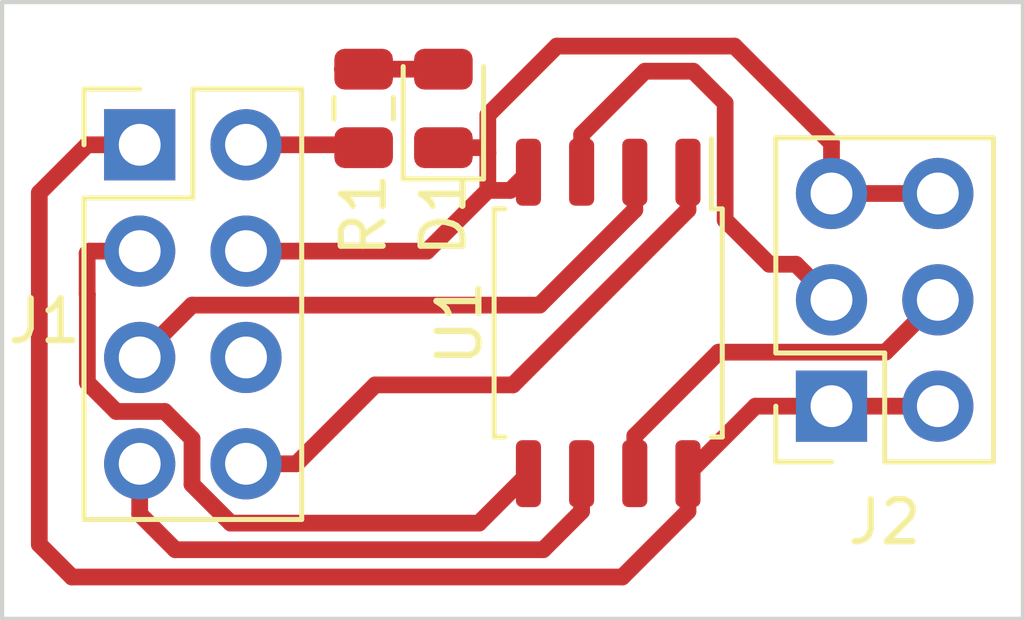
<source format=kicad_pcb>
(kicad_pcb (version 20171130) (host pcbnew 5.1.2-1.fc30)

  (general
    (thickness 1.6)
    (drawings 5)
    (tracks 65)
    (zones 0)
    (modules 5)
    (nets 12)
  )

  (page A4)
  (layers
    (0 F.Cu signal)
    (31 B.Cu signal hide)
    (32 B.Adhes user hide)
    (33 F.Adhes user)
    (34 B.Paste user hide)
    (35 F.Paste user hide)
    (36 B.SilkS user hide)
    (37 F.SilkS user)
    (38 B.Mask user hide)
    (39 F.Mask user)
    (40 Dwgs.User user hide)
    (41 Cmts.User user hide)
    (42 Eco1.User user hide)
    (43 Eco2.User user hide)
    (44 Edge.Cuts user)
    (45 Margin user hide)
    (46 B.CrtYd user hide)
    (47 F.CrtYd user hide)
    (48 B.Fab user hide)
    (49 F.Fab user hide)
  )

  (setup
    (last_trace_width 0.25)
    (user_trace_width 0.4)
    (trace_clearance 0.2)
    (zone_clearance 0.508)
    (zone_45_only no)
    (trace_min 0.2)
    (via_size 0.8)
    (via_drill 0.4)
    (via_min_size 0.4)
    (via_min_drill 0.3)
    (uvia_size 0.3)
    (uvia_drill 0.1)
    (uvias_allowed no)
    (uvia_min_size 0.2)
    (uvia_min_drill 0.1)
    (edge_width 0.05)
    (segment_width 0.2)
    (pcb_text_width 0.3)
    (pcb_text_size 1.5 1.5)
    (mod_edge_width 0.12)
    (mod_text_size 1 1)
    (mod_text_width 0.15)
    (pad_size 1.524 1.524)
    (pad_drill 0.762)
    (pad_to_mask_clearance 0.051)
    (solder_mask_min_width 0.25)
    (aux_axis_origin 0 0)
    (visible_elements FFFFFF7F)
    (pcbplotparams
      (layerselection 0x010aa_7fffffff)
      (usegerberextensions false)
      (usegerberattributes false)
      (usegerberadvancedattributes false)
      (creategerberjobfile false)
      (excludeedgelayer true)
      (linewidth 0.100000)
      (plotframeref false)
      (viasonmask false)
      (mode 1)
      (useauxorigin false)
      (hpglpennumber 1)
      (hpglpenspeed 20)
      (hpglpendiameter 15.000000)
      (psnegative false)
      (psa4output false)
      (plotreference true)
      (plotvalue true)
      (plotinvisibletext false)
      (padsonsilk false)
      (subtractmaskfromsilk false)
      (outputformat 1)
      (mirror false)
      (drillshape 0)
      (scaleselection 1)
      (outputdirectory "./"))
  )

  (net 0 "")
  (net 1 "Net-(D1-Pad2)")
  (net 2 GND)
  (net 3 "Net-(J1-Pad8)")
  (net 4 "Net-(J1-Pad7)")
  (net 5 "Net-(J1-Pad6)")
  (net 6 "Net-(J1-Pad5)")
  (net 7 "Net-(J1-Pad3)")
  (net 8 "Net-(J1-Pad2)")
  (net 9 +5V)
  (net 10 "Net-(J2-Pad4)")
  (net 11 "Net-(J2-Pad3)")

  (net_class Default "This is the default net class."
    (clearance 0.2)
    (trace_width 0.25)
    (via_dia 0.8)
    (via_drill 0.4)
    (uvia_dia 0.3)
    (uvia_drill 0.1)
    (add_net +5V)
    (add_net GND)
    (add_net "Net-(D1-Pad2)")
    (add_net "Net-(J1-Pad2)")
    (add_net "Net-(J1-Pad3)")
    (add_net "Net-(J1-Pad5)")
    (add_net "Net-(J1-Pad6)")
    (add_net "Net-(J1-Pad7)")
    (add_net "Net-(J1-Pad8)")
    (add_net "Net-(J2-Pad3)")
    (add_net "Net-(J2-Pad4)")
  )

  (module Connector_PinSocket_2.54mm:PinSocket_2x03_P2.54mm_Vertical (layer F.Cu) (tedit 5A19A425) (tstamp 5CF987FC)
    (at 96.52 114.3 180)
    (descr "Through hole straight socket strip, 2x03, 2.54mm pitch, double cols (from Kicad 4.0.7), script generated")
    (tags "Through hole socket strip THT 2x03 2.54mm double row")
    (path /5CF9412F)
    (fp_text reference J2 (at -1.27 -2.77) (layer F.SilkS)
      (effects (font (size 1 1) (thickness 0.15)))
    )
    (fp_text value Jumper_wp/hold (at -4.699 1.397 90) (layer F.Fab)
      (effects (font (size 1 1) (thickness 0.15)))
    )
    (fp_text user %R (at -1.27 2.54 180) (layer F.Fab)
      (effects (font (size 1 1) (thickness 0.15)))
    )
    (fp_line (start -4.34 6.85) (end -4.34 -1.8) (layer F.CrtYd) (width 0.05))
    (fp_line (start 1.76 6.85) (end -4.34 6.85) (layer F.CrtYd) (width 0.05))
    (fp_line (start 1.76 -1.8) (end 1.76 6.85) (layer F.CrtYd) (width 0.05))
    (fp_line (start -4.34 -1.8) (end 1.76 -1.8) (layer F.CrtYd) (width 0.05))
    (fp_line (start 0 -1.33) (end 1.33 -1.33) (layer F.SilkS) (width 0.12))
    (fp_line (start 1.33 -1.33) (end 1.33 0) (layer F.SilkS) (width 0.12))
    (fp_line (start -1.27 -1.33) (end -1.27 1.27) (layer F.SilkS) (width 0.12))
    (fp_line (start -1.27 1.27) (end 1.33 1.27) (layer F.SilkS) (width 0.12))
    (fp_line (start 1.33 1.27) (end 1.33 6.41) (layer F.SilkS) (width 0.12))
    (fp_line (start -3.87 6.41) (end 1.33 6.41) (layer F.SilkS) (width 0.12))
    (fp_line (start -3.87 -1.33) (end -3.87 6.41) (layer F.SilkS) (width 0.12))
    (fp_line (start -3.87 -1.33) (end -1.27 -1.33) (layer F.SilkS) (width 0.12))
    (fp_line (start -3.81 6.35) (end -3.81 -1.27) (layer F.Fab) (width 0.1))
    (fp_line (start 1.27 6.35) (end -3.81 6.35) (layer F.Fab) (width 0.1))
    (fp_line (start 1.27 -0.27) (end 1.27 6.35) (layer F.Fab) (width 0.1))
    (fp_line (start 0.27 -1.27) (end 1.27 -0.27) (layer F.Fab) (width 0.1))
    (fp_line (start -3.81 -1.27) (end 0.27 -1.27) (layer F.Fab) (width 0.1))
    (pad 6 thru_hole oval (at -2.54 5.08 180) (size 1.7 1.7) (drill 1) (layers *.Cu *.Mask)
      (net 2 GND))
    (pad 5 thru_hole oval (at 0 5.08 180) (size 1.7 1.7) (drill 1) (layers *.Cu *.Mask)
      (net 2 GND))
    (pad 4 thru_hole oval (at -2.54 2.54 180) (size 1.7 1.7) (drill 1) (layers *.Cu *.Mask)
      (net 10 "Net-(J2-Pad4)"))
    (pad 3 thru_hole oval (at 0 2.54 180) (size 1.7 1.7) (drill 1) (layers *.Cu *.Mask)
      (net 11 "Net-(J2-Pad3)"))
    (pad 2 thru_hole oval (at -2.54 0 180) (size 1.7 1.7) (drill 1) (layers *.Cu *.Mask)
      (net 9 +5V))
    (pad 1 thru_hole rect (at 0 0 180) (size 1.7 1.7) (drill 1) (layers *.Cu *.Mask)
      (net 9 +5V))
    (model ${KISYS3DMOD}/Connector_PinSocket_2.54mm.3dshapes/PinSocket_2x03_P2.54mm_Vertical.wrl
      (at (xyz 0 0 0))
      (scale (xyz 1 1 1))
      (rotate (xyz 0 0 0))
    )
  )

  (module Connector_PinHeader_2.54mm:PinHeader_2x04_P2.54mm_Vertical (layer F.Cu) (tedit 59FED5CC) (tstamp 5CF996C5)
    (at 79.99476 108.05668)
    (descr "Through hole straight pin header, 2x04, 2.54mm pitch, double rows")
    (tags "Through hole pin header THT 2x04 2.54mm double row")
    (path /5CF94F52)
    (fp_text reference J1 (at -2.27076 4.21132) (layer F.SilkS)
      (effects (font (size 1 1) (thickness 0.15)))
    )
    (fp_text value Opi_conn_1 (at 4.58724 6.87832 90) (layer F.Fab)
      (effects (font (size 1 1) (thickness 0.15)))
    )
    (fp_text user %R (at 1.27 3.81 90) (layer F.Fab)
      (effects (font (size 1 1) (thickness 0.15)))
    )
    (fp_line (start 4.35 -1.8) (end -1.8 -1.8) (layer F.CrtYd) (width 0.05))
    (fp_line (start 4.35 9.4) (end 4.35 -1.8) (layer F.CrtYd) (width 0.05))
    (fp_line (start -1.8 9.4) (end 4.35 9.4) (layer F.CrtYd) (width 0.05))
    (fp_line (start -1.8 -1.8) (end -1.8 9.4) (layer F.CrtYd) (width 0.05))
    (fp_line (start -1.33 -1.33) (end 0 -1.33) (layer F.SilkS) (width 0.12))
    (fp_line (start -1.33 0) (end -1.33 -1.33) (layer F.SilkS) (width 0.12))
    (fp_line (start 1.27 -1.33) (end 3.87 -1.33) (layer F.SilkS) (width 0.12))
    (fp_line (start 1.27 1.27) (end 1.27 -1.33) (layer F.SilkS) (width 0.12))
    (fp_line (start -1.33 1.27) (end 1.27 1.27) (layer F.SilkS) (width 0.12))
    (fp_line (start 3.87 -1.33) (end 3.87 8.95) (layer F.SilkS) (width 0.12))
    (fp_line (start -1.33 1.27) (end -1.33 8.95) (layer F.SilkS) (width 0.12))
    (fp_line (start -1.33 8.95) (end 3.87 8.95) (layer F.SilkS) (width 0.12))
    (fp_line (start -1.27 0) (end 0 -1.27) (layer F.Fab) (width 0.1))
    (fp_line (start -1.27 8.89) (end -1.27 0) (layer F.Fab) (width 0.1))
    (fp_line (start 3.81 8.89) (end -1.27 8.89) (layer F.Fab) (width 0.1))
    (fp_line (start 3.81 -1.27) (end 3.81 8.89) (layer F.Fab) (width 0.1))
    (fp_line (start 0 -1.27) (end 3.81 -1.27) (layer F.Fab) (width 0.1))
    (pad 8 thru_hole oval (at 2.54 7.62) (size 1.7 1.7) (drill 1) (layers *.Cu *.Mask)
      (net 3 "Net-(J1-Pad8)"))
    (pad 7 thru_hole oval (at 0 7.62) (size 1.7 1.7) (drill 1) (layers *.Cu *.Mask)
      (net 4 "Net-(J1-Pad7)"))
    (pad 6 thru_hole oval (at 2.54 5.08) (size 1.7 1.7) (drill 1) (layers *.Cu *.Mask)
      (net 5 "Net-(J1-Pad6)"))
    (pad 5 thru_hole oval (at 0 5.08) (size 1.7 1.7) (drill 1) (layers *.Cu *.Mask)
      (net 6 "Net-(J1-Pad5)"))
    (pad 4 thru_hole oval (at 2.54 2.54) (size 1.7 1.7) (drill 1) (layers *.Cu *.Mask)
      (net 2 GND))
    (pad 3 thru_hole oval (at 0 2.54) (size 1.7 1.7) (drill 1) (layers *.Cu *.Mask)
      (net 7 "Net-(J1-Pad3)"))
    (pad 2 thru_hole oval (at 2.54 0) (size 1.7 1.7) (drill 1) (layers *.Cu *.Mask)
      (net 8 "Net-(J1-Pad2)"))
    (pad 1 thru_hole rect (at 0 0) (size 1.7 1.7) (drill 1) (layers *.Cu *.Mask)
      (net 9 +5V))
    (model ${KISYS3DMOD}/Connector_PinHeader_2.54mm.3dshapes/PinHeader_2x04_P2.54mm_Vertical.wrl
      (at (xyz 0 0 0))
      (scale (xyz 1 1 1))
      (rotate (xyz 0 0 0))
    )
  )

  (module LED_SMD:LED_0805_2012Metric (layer F.Cu) (tedit 5B36C52C) (tstamp 5CF987C2)
    (at 87.249 107.188 90)
    (descr "LED SMD 0805 (2012 Metric), square (rectangular) end terminal, IPC_7351 nominal, (Body size source: https://docs.google.com/spreadsheets/d/1BsfQQcO9C6DZCsRaXUlFlo91Tg2WpOkGARC1WS5S8t0/edit?usp=sharing), generated with kicad-footprint-generator")
    (tags diode)
    (path /5CFABAE8)
    (attr smd)
    (fp_text reference D1 (at -2.54 0 90) (layer F.SilkS)
      (effects (font (size 1 1) (thickness 0.15)))
    )
    (fp_text value LED (at 1.27 2.159 180) (layer F.Fab)
      (effects (font (size 1 1) (thickness 0.15)))
    )
    (fp_text user %R (at 0 0 90) (layer F.Fab)
      (effects (font (size 0.5 0.5) (thickness 0.08)))
    )
    (fp_line (start 1.68 0.95) (end -1.68 0.95) (layer F.CrtYd) (width 0.05))
    (fp_line (start 1.68 -0.95) (end 1.68 0.95) (layer F.CrtYd) (width 0.05))
    (fp_line (start -1.68 -0.95) (end 1.68 -0.95) (layer F.CrtYd) (width 0.05))
    (fp_line (start -1.68 0.95) (end -1.68 -0.95) (layer F.CrtYd) (width 0.05))
    (fp_line (start -1.685 0.96) (end 1 0.96) (layer F.SilkS) (width 0.12))
    (fp_line (start -1.685 -0.96) (end -1.685 0.96) (layer F.SilkS) (width 0.12))
    (fp_line (start 1 -0.96) (end -1.685 -0.96) (layer F.SilkS) (width 0.12))
    (fp_line (start 1 0.6) (end 1 -0.6) (layer F.Fab) (width 0.1))
    (fp_line (start -1 0.6) (end 1 0.6) (layer F.Fab) (width 0.1))
    (fp_line (start -1 -0.3) (end -1 0.6) (layer F.Fab) (width 0.1))
    (fp_line (start -0.7 -0.6) (end -1 -0.3) (layer F.Fab) (width 0.1))
    (fp_line (start 1 -0.6) (end -0.7 -0.6) (layer F.Fab) (width 0.1))
    (pad 2 smd roundrect (at 0.9375 0 90) (size 0.975 1.4) (layers F.Cu F.Paste F.Mask) (roundrect_rratio 0.25)
      (net 1 "Net-(D1-Pad2)"))
    (pad 1 smd roundrect (at -0.9375 0 90) (size 0.975 1.4) (layers F.Cu F.Paste F.Mask) (roundrect_rratio 0.25)
      (net 2 GND))
    (model ${KISYS3DMOD}/LED_SMD.3dshapes/LED_0805_2012Metric.wrl
      (at (xyz 0 0 0))
      (scale (xyz 1 1 1))
      (rotate (xyz 0 0 0))
    )
  )

  (module Package_SO:SOIC-8_5.23x5.23mm_P1.27mm (layer F.Cu) (tedit 5C9033D8) (tstamp 5CF9883D)
    (at 91.186 112.312 270)
    (descr "SOIC, 8 Pin (http://www.winbond.com/resource-files/w25q32jv%20revg%2003272018%20plus.pdf#page=68), generated with kicad-footprint-generator ipc_gullwing_generator.py")
    (tags "SOIC SO")
    (path /5CF92F74)
    (attr smd)
    (fp_text reference U1 (at 0 3.556 90) (layer F.SilkS)
      (effects (font (size 1 1) (thickness 0.15)))
    )
    (fp_text value W25Qxxxx (at 2.75 3.429 270) (layer F.Fab)
      (effects (font (size 1 1) (thickness 0.15)))
    )
    (fp_text user %R (at 0 0 270) (layer F.Fab)
      (effects (font (size 1 1) (thickness 0.15)))
    )
    (fp_line (start 4.65 -2.86) (end -4.65 -2.86) (layer F.CrtYd) (width 0.05))
    (fp_line (start 4.65 2.86) (end 4.65 -2.86) (layer F.CrtYd) (width 0.05))
    (fp_line (start -4.65 2.86) (end 4.65 2.86) (layer F.CrtYd) (width 0.05))
    (fp_line (start -4.65 -2.86) (end -4.65 2.86) (layer F.CrtYd) (width 0.05))
    (fp_line (start -2.615 -1.615) (end -1.615 -2.615) (layer F.Fab) (width 0.1))
    (fp_line (start -2.615 2.615) (end -2.615 -1.615) (layer F.Fab) (width 0.1))
    (fp_line (start 2.615 2.615) (end -2.615 2.615) (layer F.Fab) (width 0.1))
    (fp_line (start 2.615 -2.615) (end 2.615 2.615) (layer F.Fab) (width 0.1))
    (fp_line (start -1.615 -2.615) (end 2.615 -2.615) (layer F.Fab) (width 0.1))
    (fp_line (start -2.725 -2.465) (end -4.4 -2.465) (layer F.SilkS) (width 0.12))
    (fp_line (start -2.725 -2.725) (end -2.725 -2.465) (layer F.SilkS) (width 0.12))
    (fp_line (start 0 -2.725) (end -2.725 -2.725) (layer F.SilkS) (width 0.12))
    (fp_line (start 2.725 -2.725) (end 2.725 -2.465) (layer F.SilkS) (width 0.12))
    (fp_line (start 0 -2.725) (end 2.725 -2.725) (layer F.SilkS) (width 0.12))
    (fp_line (start -2.725 2.725) (end -2.725 2.465) (layer F.SilkS) (width 0.12))
    (fp_line (start 0 2.725) (end -2.725 2.725) (layer F.SilkS) (width 0.12))
    (fp_line (start 2.725 2.725) (end 2.725 2.465) (layer F.SilkS) (width 0.12))
    (fp_line (start 0 2.725) (end 2.725 2.725) (layer F.SilkS) (width 0.12))
    (pad 8 smd roundrect (at 3.6 -1.905 270) (size 1.6 0.6) (layers F.Cu F.Paste F.Mask) (roundrect_rratio 0.25)
      (net 9 +5V))
    (pad 7 smd roundrect (at 3.6 -0.635 270) (size 1.6 0.6) (layers F.Cu F.Paste F.Mask) (roundrect_rratio 0.25)
      (net 10 "Net-(J2-Pad4)"))
    (pad 6 smd roundrect (at 3.6 0.635 270) (size 1.6 0.6) (layers F.Cu F.Paste F.Mask) (roundrect_rratio 0.25)
      (net 4 "Net-(J1-Pad7)"))
    (pad 5 smd roundrect (at 3.6 1.905 270) (size 1.6 0.6) (layers F.Cu F.Paste F.Mask) (roundrect_rratio 0.25)
      (net 7 "Net-(J1-Pad3)"))
    (pad 4 smd roundrect (at -3.6 1.905 270) (size 1.6 0.6) (layers F.Cu F.Paste F.Mask) (roundrect_rratio 0.25)
      (net 2 GND))
    (pad 3 smd roundrect (at -3.6 0.635 270) (size 1.6 0.6) (layers F.Cu F.Paste F.Mask) (roundrect_rratio 0.25)
      (net 11 "Net-(J2-Pad3)"))
    (pad 2 smd roundrect (at -3.6 -0.635 270) (size 1.6 0.6) (layers F.Cu F.Paste F.Mask) (roundrect_rratio 0.25)
      (net 6 "Net-(J1-Pad5)"))
    (pad 1 smd roundrect (at -3.6 -1.905 270) (size 1.6 0.6) (layers F.Cu F.Paste F.Mask) (roundrect_rratio 0.25)
      (net 3 "Net-(J1-Pad8)"))
    (model ${KISYS3DMOD}/Package_SO.3dshapes/SOIC-8_5.23x5.23mm_P1.27mm.wrl
      (at (xyz 0 0 0))
      (scale (xyz 1 1 1))
      (rotate (xyz 0 0 0))
    )
  )

  (module Resistor_SMD:R_0805_2012Metric (layer F.Cu) (tedit 5B36C52B) (tstamp 5CF9881E)
    (at 85.344 107.188 270)
    (descr "Resistor SMD 0805 (2012 Metric), square (rectangular) end terminal, IPC_7351 nominal, (Body size source: https://docs.google.com/spreadsheets/d/1BsfQQcO9C6DZCsRaXUlFlo91Tg2WpOkGARC1WS5S8t0/edit?usp=sharing), generated with kicad-footprint-generator")
    (tags resistor)
    (path /5CFAB579)
    (attr smd)
    (fp_text reference R1 (at 2.54 0 90) (layer F.SilkS)
      (effects (font (size 1 1) (thickness 0.15)))
    )
    (fp_text value R_Small (at -1.27 3.937 180) (layer F.Fab)
      (effects (font (size 1 1) (thickness 0.15)))
    )
    (fp_text user %R (at 0 0 90) (layer F.Fab)
      (effects (font (size 0.5 0.5) (thickness 0.08)))
    )
    (fp_line (start 1.68 0.95) (end -1.68 0.95) (layer F.CrtYd) (width 0.05))
    (fp_line (start 1.68 -0.95) (end 1.68 0.95) (layer F.CrtYd) (width 0.05))
    (fp_line (start -1.68 -0.95) (end 1.68 -0.95) (layer F.CrtYd) (width 0.05))
    (fp_line (start -1.68 0.95) (end -1.68 -0.95) (layer F.CrtYd) (width 0.05))
    (fp_line (start -0.258578 0.71) (end 0.258578 0.71) (layer F.SilkS) (width 0.12))
    (fp_line (start -0.258578 -0.71) (end 0.258578 -0.71) (layer F.SilkS) (width 0.12))
    (fp_line (start 1 0.6) (end -1 0.6) (layer F.Fab) (width 0.1))
    (fp_line (start 1 -0.6) (end 1 0.6) (layer F.Fab) (width 0.1))
    (fp_line (start -1 -0.6) (end 1 -0.6) (layer F.Fab) (width 0.1))
    (fp_line (start -1 0.6) (end -1 -0.6) (layer F.Fab) (width 0.1))
    (pad 2 smd roundrect (at 0.9375 0 270) (size 0.975 1.4) (layers F.Cu F.Paste F.Mask) (roundrect_rratio 0.25)
      (net 8 "Net-(J1-Pad2)"))
    (pad 1 smd roundrect (at -0.9375 0 270) (size 0.975 1.4) (layers F.Cu F.Paste F.Mask) (roundrect_rratio 0.25)
      (net 1 "Net-(D1-Pad2)"))
    (model ${KISYS3DMOD}/Resistor_SMD.3dshapes/R_0805_2012Metric.wrl
      (at (xyz 0 0 0))
      (scale (xyz 1 1 1))
      (rotate (xyz 0 0 0))
    )
  )

  (gr_line (start 94.996 104.648) (end 76.708 104.648) (layer Edge.Cuts) (width 0.1))
  (gr_line (start 101.092 104.648) (end 94.996 104.648) (layer Edge.Cuts) (width 0.1))
  (gr_line (start 101.092 119.38) (end 101.092 104.648) (layer Edge.Cuts) (width 0.1))
  (gr_line (start 76.708 119.38) (end 101.092 119.38) (layer Edge.Cuts) (width 0.1))
  (gr_line (start 76.708 104.648) (end 76.708 119.38) (layer Edge.Cuts) (width 0.1))

  (segment (start 84.836 106.2505) (end 86.868 106.2505) (width 0.4) (layer F.Cu) (net 1))
  (segment (start 83.736841 110.59668) (end 82.53476 110.59668) (width 0.4) (layer F.Cu) (net 2))
  (segment (start 86.8604 110.59668) (end 83.736841 110.59668) (width 0.4) (layer F.Cu) (net 2))
  (segment (start 88.31072 109.14636) (end 86.8604 110.59668) (width 0.4) (layer F.Cu) (net 2))
  (segment (start 88.31072 108.24636) (end 88.31072 109.14636) (width 0.4) (layer F.Cu) (net 2))
  (segment (start 88.18986 108.1255) (end 88.31072 108.24636) (width 0.4) (layer F.Cu) (net 2))
  (segment (start 86.868 108.1255) (end 88.18986 108.1255) (width 0.4) (layer F.Cu) (net 2))
  (segment (start 96.52 109.22) (end 99.06 109.22) (width 0.4) (layer F.Cu) (net 2))
  (segment (start 88.84664 109.14636) (end 89.281 108.712) (width 0.4) (layer F.Cu) (net 2))
  (segment (start 88.31072 109.14636) (end 88.84664 109.14636) (width 0.4) (layer F.Cu) (net 2))
  (segment (start 96.52 108.017919) (end 94.201071 105.69899) (width 0.4) (layer F.Cu) (net 2))
  (segment (start 88.31072 107.34636) (end 88.31072 108.24636) (width 0.4) (layer F.Cu) (net 2))
  (segment (start 96.52 109.22) (end 96.52 108.017919) (width 0.4) (layer F.Cu) (net 2))
  (segment (start 89.95809 105.69899) (end 88.31072 107.34636) (width 0.4) (layer F.Cu) (net 2))
  (segment (start 94.201071 105.69899) (end 89.95809 105.69899) (width 0.4) (layer F.Cu) (net 2))
  (segment (start 88.911 113.792) (end 93.091 109.612) (width 0.4) (layer F.Cu) (net 3))
  (segment (start 93.091 109.612) (end 93.091 108.712) (width 0.4) (layer F.Cu) (net 3))
  (segment (start 85.621521 113.792) (end 88.911 113.792) (width 0.4) (layer F.Cu) (net 3))
  (segment (start 83.736841 115.67668) (end 85.621521 113.792) (width 0.4) (layer F.Cu) (net 3))
  (segment (start 82.53476 115.67668) (end 83.736841 115.67668) (width 0.4) (layer F.Cu) (net 3))
  (segment (start 90.551 116.812) (end 90.551 115.912) (width 0.4) (layer F.Cu) (net 4))
  (segment (start 89.634 117.729) (end 90.551 116.812) (width 0.4) (layer F.Cu) (net 4))
  (segment (start 80.844999 117.729) (end 89.634 117.729) (width 0.4) (layer F.Cu) (net 4))
  (segment (start 79.99476 116.878761) (end 80.844999 117.729) (width 0.4) (layer F.Cu) (net 4))
  (segment (start 79.99476 115.67668) (end 79.99476 116.878761) (width 0.4) (layer F.Cu) (net 4))
  (segment (start 89.546321 111.886679) (end 81.244761 111.886679) (width 0.4) (layer F.Cu) (net 6))
  (segment (start 81.244761 111.886679) (end 79.99476 113.13668) (width 0.4) (layer F.Cu) (net 6))
  (segment (start 91.821 109.612) (end 89.546321 111.886679) (width 0.4) (layer F.Cu) (net 6))
  (segment (start 91.821 108.712) (end 91.821 109.612) (width 0.4) (layer F.Cu) (net 6))
  (segment (start 88.099 117.094) (end 89.281 115.912) (width 0.4) (layer F.Cu) (net 7))
  (segment (start 81.244761 115.076679) (end 81.244761 116.169761) (width 0.4) (layer F.Cu) (net 7))
  (segment (start 80.594761 114.426679) (end 81.244761 115.076679) (width 0.4) (layer F.Cu) (net 7))
  (segment (start 82.169 117.094) (end 88.099 117.094) (width 0.4) (layer F.Cu) (net 7))
  (segment (start 81.244761 116.169761) (end 82.169 117.094) (width 0.4) (layer F.Cu) (net 7))
  (segment (start 79.99476 110.59668) (end 78.792679 110.59668) (width 0.4) (layer F.Cu) (net 7))
  (segment (start 79.434757 114.426679) (end 80.594761 114.426679) (width 0.4) (layer F.Cu) (net 7))
  (segment (start 78.74 110.649359) (end 78.74 111.623482) (width 0.4) (layer F.Cu) (net 7))
  (segment (start 78.74 111.623482) (end 78.744759 111.628241) (width 0.4) (layer F.Cu) (net 7))
  (segment (start 78.744759 111.628241) (end 78.744759 113.736681) (width 0.4) (layer F.Cu) (net 7))
  (segment (start 78.792679 110.59668) (end 78.74 110.649359) (width 0.4) (layer F.Cu) (net 7))
  (segment (start 78.744759 113.736681) (end 79.434757 114.426679) (width 0.4) (layer F.Cu) (net 7))
  (segment (start 84.76718 108.05668) (end 84.836 108.1255) (width 0.4) (layer F.Cu) (net 8))
  (segment (start 82.53476 108.05668) (end 84.76718 108.05668) (width 0.4) (layer F.Cu) (net 8))
  (segment (start 96.52 114.3) (end 99.06 114.3) (width 0.4) (layer F.Cu) (net 9))
  (segment (start 79.99476 108.05668) (end 78.74476 108.05668) (width 0.4) (layer F.Cu) (net 9))
  (segment (start 93.091 116.812) (end 93.091 115.912) (width 0.4) (layer F.Cu) (net 9))
  (segment (start 78.74476 108.05668) (end 77.597 109.20444) (width 0.4) (layer F.Cu) (net 9))
  (segment (start 77.597 117.602) (end 78.376009 118.381009) (width 0.4) (layer F.Cu) (net 9))
  (segment (start 78.376009 118.381009) (end 91.521991 118.381009) (width 0.4) (layer F.Cu) (net 9))
  (segment (start 77.597 109.20444) (end 77.597 117.602) (width 0.4) (layer F.Cu) (net 9))
  (segment (start 91.521991 118.381009) (end 93.091 116.812) (width 0.4) (layer F.Cu) (net 9))
  (segment (start 94.703 114.3) (end 93.091 115.912) (width 0.4) (layer F.Cu) (net 9))
  (segment (start 96.52 114.3) (end 94.703 114.3) (width 0.4) (layer F.Cu) (net 9))
  (segment (start 91.821 115.012) (end 91.821 115.912) (width 0.4) (layer F.Cu) (net 10))
  (segment (start 93.822999 113.010001) (end 91.821 115.012) (width 0.4) (layer F.Cu) (net 10))
  (segment (start 97.809999 113.010001) (end 93.822999 113.010001) (width 0.4) (layer F.Cu) (net 10))
  (segment (start 99.06 111.76) (end 97.809999 113.010001) (width 0.4) (layer F.Cu) (net 10))
  (segment (start 93.98 109.855) (end 95.035001 110.910001) (width 0.4) (layer F.Cu) (net 11))
  (segment (start 95.035001 110.910001) (end 95.670001 110.910001) (width 0.4) (layer F.Cu) (net 11))
  (segment (start 90.551 107.812) (end 92.064 106.299) (width 0.4) (layer F.Cu) (net 11))
  (segment (start 90.551 108.712) (end 90.551 107.812) (width 0.4) (layer F.Cu) (net 11))
  (segment (start 92.064 106.299) (end 93.218 106.299) (width 0.4) (layer F.Cu) (net 11))
  (segment (start 95.670001 110.910001) (end 96.52 111.76) (width 0.4) (layer F.Cu) (net 11))
  (segment (start 93.98 107.061) (end 93.98 109.855) (width 0.4) (layer F.Cu) (net 11))
  (segment (start 93.218 106.299) (end 93.98 107.061) (width 0.4) (layer F.Cu) (net 11))

)

</source>
